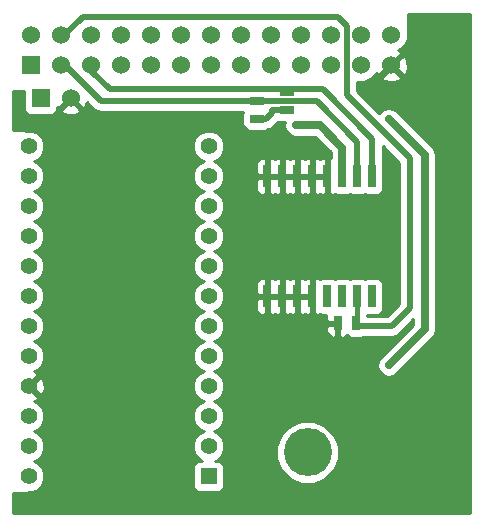
<source format=gbl>
G04 (created by PCBNEW (2013-may-18)-stable) date Sun 22 Jun 2014 12:37:11 AM EDT*
%MOIN*%
G04 Gerber Fmt 3.4, Leading zero omitted, Abs format*
%FSLAX34Y34*%
G01*
G70*
G90*
G04 APERTURE LIST*
%ADD10C,0.00590551*%
%ADD11R,0.06X0.06*%
%ADD12C,0.06*%
%ADD13C,0.16*%
%ADD14R,0.055X0.055*%
%ADD15C,0.055*%
%ADD16R,0.025X0.045*%
%ADD17R,0.025X0.075*%
%ADD18R,0.045X0.025*%
%ADD19C,0.0130118*%
%ADD20C,0.025*%
%ADD21C,0.02*%
%ADD22C,0.015*%
%ADD23C,0.01*%
G04 APERTURE END LIST*
G54D10*
G54D11*
X25881Y-30005D03*
G54D12*
X25881Y-29005D03*
X26881Y-30005D03*
X26881Y-29005D03*
X27881Y-30005D03*
X27881Y-29005D03*
X28881Y-30005D03*
X28881Y-29005D03*
X29881Y-30005D03*
X29881Y-29005D03*
X30881Y-30005D03*
X30881Y-29005D03*
X31881Y-30005D03*
X31881Y-29005D03*
X32881Y-30005D03*
X32881Y-29005D03*
X33881Y-30005D03*
X33881Y-29005D03*
X34881Y-30005D03*
X34881Y-29005D03*
X35881Y-30005D03*
X35881Y-29005D03*
X36881Y-30005D03*
X36881Y-29005D03*
X37881Y-30005D03*
X37881Y-29005D03*
G54D13*
X35100Y-42900D03*
G54D14*
X31800Y-43700D03*
G54D15*
X31800Y-42700D03*
X31800Y-41700D03*
X31800Y-40700D03*
X31800Y-39700D03*
X31800Y-38700D03*
X31800Y-37700D03*
X31800Y-36700D03*
X31800Y-35700D03*
X31800Y-34700D03*
X31800Y-33700D03*
X31800Y-32700D03*
X25800Y-32700D03*
X25800Y-33700D03*
X25800Y-34700D03*
X25800Y-35700D03*
X25800Y-36700D03*
X25800Y-37700D03*
X25800Y-38700D03*
X25800Y-39700D03*
X25800Y-40700D03*
X25800Y-41700D03*
X25800Y-42700D03*
X25800Y-43700D03*
G54D11*
X26200Y-31100D03*
G54D12*
X27200Y-31100D03*
G54D16*
X36100Y-38600D03*
X36700Y-38600D03*
G54D17*
X37250Y-37700D03*
X36750Y-37700D03*
X36250Y-37700D03*
X35750Y-37700D03*
X35250Y-37700D03*
X34750Y-37700D03*
X34250Y-37700D03*
X33750Y-37700D03*
X33750Y-33700D03*
X34250Y-33700D03*
X34750Y-33700D03*
X35250Y-33700D03*
X35750Y-33700D03*
X36250Y-33700D03*
X36750Y-33700D03*
X37250Y-33700D03*
G54D18*
X34400Y-31500D03*
X34400Y-30900D03*
X33400Y-31800D03*
X33400Y-31200D03*
G54D19*
X33900Y-31500D03*
X34700Y-32000D03*
X37800Y-40000D03*
X37800Y-31800D03*
G54D20*
X34400Y-31500D02*
X34300Y-31500D01*
G54D21*
X33900Y-31500D02*
X33900Y-31600D01*
X33700Y-31800D02*
X33400Y-31800D01*
X33900Y-31600D02*
X33700Y-31800D01*
X33900Y-31500D02*
X34400Y-31500D01*
X36400Y-30900D02*
X36400Y-31000D01*
X26994Y-29005D02*
X27600Y-28400D01*
X27600Y-28400D02*
X35200Y-28400D01*
X35200Y-28400D02*
X36100Y-28400D01*
X36100Y-28400D02*
X36400Y-28700D01*
X36400Y-28700D02*
X36400Y-30900D01*
X26881Y-29005D02*
X26994Y-29005D01*
X37900Y-38700D02*
X36700Y-38700D01*
X38500Y-38100D02*
X37900Y-38700D01*
X38500Y-33100D02*
X38500Y-38100D01*
X36400Y-31000D02*
X38500Y-33100D01*
G54D22*
X36750Y-37700D02*
X36750Y-38650D01*
X36750Y-38650D02*
X36700Y-38700D01*
G54D20*
X36250Y-33700D02*
X36250Y-32750D01*
X35500Y-32000D02*
X34700Y-32000D01*
X36250Y-32750D02*
X35500Y-32000D01*
X37800Y-31800D02*
X39000Y-33000D01*
X39000Y-38800D02*
X37800Y-40000D01*
X39000Y-33000D02*
X39000Y-38800D01*
G54D21*
X33400Y-31200D02*
X28200Y-31200D01*
X27005Y-30005D02*
X28200Y-31200D01*
X27005Y-30005D02*
X26881Y-30005D01*
X33400Y-31200D02*
X35400Y-31200D01*
X36750Y-32550D02*
X36750Y-33700D01*
X35400Y-31200D02*
X36750Y-32550D01*
X34000Y-30800D02*
X35000Y-30800D01*
G54D23*
X34400Y-30900D02*
X34500Y-30800D01*
G54D21*
X34500Y-30800D02*
X35000Y-30800D01*
X37250Y-32450D02*
X37250Y-33700D01*
X35000Y-30800D02*
X35600Y-30800D01*
X35600Y-30800D02*
X37250Y-32450D01*
X28500Y-30800D02*
X34000Y-30800D01*
X34000Y-30800D02*
X34300Y-30800D01*
X27881Y-30181D02*
X28500Y-30800D01*
X27881Y-30005D02*
X27881Y-30181D01*
G54D23*
X34300Y-30800D02*
X34400Y-30900D01*
X34400Y-30900D02*
X34400Y-30800D01*
X34400Y-30800D02*
X34400Y-30900D01*
G54D10*
G36*
X27957Y-29011D02*
X27886Y-29081D01*
X27881Y-29076D01*
X27875Y-29081D01*
X27804Y-29011D01*
X27810Y-29005D01*
X27804Y-28999D01*
X27875Y-28929D01*
X27881Y-28934D01*
X27886Y-28929D01*
X27957Y-28999D01*
X27951Y-29005D01*
X27957Y-29011D01*
X27957Y-29011D01*
G37*
G54D23*
X27957Y-29011D02*
X27886Y-29081D01*
X27881Y-29076D01*
X27875Y-29081D01*
X27804Y-29011D01*
X27810Y-29005D01*
X27804Y-28999D01*
X27875Y-28929D01*
X27881Y-28934D01*
X27886Y-28929D01*
X27957Y-28999D01*
X27951Y-29005D01*
X27957Y-29011D01*
G54D10*
G36*
X29957Y-30011D02*
X29886Y-30081D01*
X29881Y-30076D01*
X29875Y-30081D01*
X29804Y-30011D01*
X29810Y-30005D01*
X29804Y-29999D01*
X29875Y-29929D01*
X29881Y-29934D01*
X29886Y-29929D01*
X29957Y-29999D01*
X29951Y-30005D01*
X29957Y-30011D01*
X29957Y-30011D01*
G37*
G54D23*
X29957Y-30011D02*
X29886Y-30081D01*
X29881Y-30076D01*
X29875Y-30081D01*
X29804Y-30011D01*
X29810Y-30005D01*
X29804Y-29999D01*
X29875Y-29929D01*
X29881Y-29934D01*
X29886Y-29929D01*
X29957Y-29999D01*
X29951Y-30005D01*
X29957Y-30011D01*
G54D10*
G36*
X31957Y-29011D02*
X31886Y-29081D01*
X31881Y-29076D01*
X31875Y-29081D01*
X31804Y-29011D01*
X31810Y-29005D01*
X31804Y-28999D01*
X31875Y-28929D01*
X31881Y-28934D01*
X31886Y-28929D01*
X31957Y-28999D01*
X31951Y-29005D01*
X31957Y-29011D01*
X31957Y-29011D01*
G37*
G54D23*
X31957Y-29011D02*
X31886Y-29081D01*
X31881Y-29076D01*
X31875Y-29081D01*
X31804Y-29011D01*
X31810Y-29005D01*
X31804Y-28999D01*
X31875Y-28929D01*
X31881Y-28934D01*
X31886Y-28929D01*
X31957Y-28999D01*
X31951Y-29005D01*
X31957Y-29011D01*
G54D10*
G36*
X34957Y-29011D02*
X34886Y-29081D01*
X34881Y-29076D01*
X34875Y-29081D01*
X34804Y-29011D01*
X34810Y-29005D01*
X34804Y-28999D01*
X34875Y-28929D01*
X34881Y-28934D01*
X34886Y-28929D01*
X34957Y-28999D01*
X34951Y-29005D01*
X34957Y-29011D01*
X34957Y-29011D01*
G37*
G54D23*
X34957Y-29011D02*
X34886Y-29081D01*
X34881Y-29076D01*
X34875Y-29081D01*
X34804Y-29011D01*
X34810Y-29005D01*
X34804Y-28999D01*
X34875Y-28929D01*
X34881Y-28934D01*
X34886Y-28929D01*
X34957Y-28999D01*
X34951Y-29005D01*
X34957Y-29011D01*
G54D10*
G36*
X40520Y-44920D02*
X36150Y-44920D01*
X36150Y-42692D01*
X36050Y-42449D01*
X36050Y-39012D01*
X36050Y-38650D01*
X35787Y-38650D01*
X35725Y-38712D01*
X35724Y-38775D01*
X35725Y-38874D01*
X35763Y-38966D01*
X35833Y-39037D01*
X35925Y-39075D01*
X35987Y-39075D01*
X36050Y-39012D01*
X36050Y-42449D01*
X35990Y-42306D01*
X35695Y-42010D01*
X35309Y-41850D01*
X35200Y-41850D01*
X35200Y-38262D01*
X35200Y-37750D01*
X35200Y-37650D01*
X35200Y-37137D01*
X35200Y-34262D01*
X35200Y-33750D01*
X35200Y-33650D01*
X35200Y-33137D01*
X35137Y-33075D01*
X35075Y-33074D01*
X35000Y-33106D01*
X34924Y-33074D01*
X34862Y-33075D01*
X34800Y-33137D01*
X34800Y-33650D01*
X34937Y-33650D01*
X35062Y-33650D01*
X35200Y-33650D01*
X35200Y-33750D01*
X35062Y-33750D01*
X34937Y-33750D01*
X34800Y-33750D01*
X34800Y-34262D01*
X34862Y-34325D01*
X34924Y-34325D01*
X35000Y-34293D01*
X35075Y-34325D01*
X35137Y-34325D01*
X35200Y-34262D01*
X35200Y-37137D01*
X35137Y-37075D01*
X35075Y-37074D01*
X35000Y-37106D01*
X34924Y-37074D01*
X34862Y-37075D01*
X34800Y-37137D01*
X34800Y-37650D01*
X34937Y-37650D01*
X35062Y-37650D01*
X35200Y-37650D01*
X35200Y-37750D01*
X35062Y-37750D01*
X34937Y-37750D01*
X34800Y-37750D01*
X34800Y-38262D01*
X34862Y-38325D01*
X34924Y-38325D01*
X35000Y-38293D01*
X35075Y-38325D01*
X35137Y-38325D01*
X35200Y-38262D01*
X35200Y-41850D01*
X34892Y-41849D01*
X34700Y-41929D01*
X34700Y-38262D01*
X34700Y-37750D01*
X34700Y-37650D01*
X34700Y-37137D01*
X34700Y-34262D01*
X34700Y-33750D01*
X34700Y-33650D01*
X34700Y-33137D01*
X34637Y-33075D01*
X34575Y-33074D01*
X34500Y-33106D01*
X34424Y-33074D01*
X34362Y-33075D01*
X34300Y-33137D01*
X34300Y-33650D01*
X34437Y-33650D01*
X34562Y-33650D01*
X34700Y-33650D01*
X34700Y-33750D01*
X34562Y-33750D01*
X34437Y-33750D01*
X34300Y-33750D01*
X34300Y-34262D01*
X34362Y-34325D01*
X34424Y-34325D01*
X34500Y-34293D01*
X34575Y-34325D01*
X34637Y-34325D01*
X34700Y-34262D01*
X34700Y-37137D01*
X34637Y-37075D01*
X34575Y-37074D01*
X34500Y-37106D01*
X34424Y-37074D01*
X34362Y-37075D01*
X34300Y-37137D01*
X34300Y-37650D01*
X34437Y-37650D01*
X34562Y-37650D01*
X34700Y-37650D01*
X34700Y-37750D01*
X34562Y-37750D01*
X34437Y-37750D01*
X34300Y-37750D01*
X34300Y-38262D01*
X34362Y-38325D01*
X34424Y-38325D01*
X34500Y-38293D01*
X34575Y-38325D01*
X34637Y-38325D01*
X34700Y-38262D01*
X34700Y-41929D01*
X34506Y-42009D01*
X34210Y-42304D01*
X34200Y-42329D01*
X34200Y-38262D01*
X34200Y-37750D01*
X34200Y-37650D01*
X34200Y-37137D01*
X34200Y-34262D01*
X34200Y-33750D01*
X34200Y-33650D01*
X34200Y-33137D01*
X34137Y-33075D01*
X34075Y-33074D01*
X34000Y-33106D01*
X33924Y-33074D01*
X33862Y-33075D01*
X33800Y-33137D01*
X33800Y-33650D01*
X33937Y-33650D01*
X34062Y-33650D01*
X34200Y-33650D01*
X34200Y-33750D01*
X34062Y-33750D01*
X33937Y-33750D01*
X33800Y-33750D01*
X33800Y-34262D01*
X33862Y-34325D01*
X33924Y-34325D01*
X34000Y-34293D01*
X34075Y-34325D01*
X34137Y-34325D01*
X34200Y-34262D01*
X34200Y-37137D01*
X34137Y-37075D01*
X34075Y-37074D01*
X34000Y-37106D01*
X33924Y-37074D01*
X33862Y-37075D01*
X33800Y-37137D01*
X33800Y-37650D01*
X33937Y-37650D01*
X34062Y-37650D01*
X34200Y-37650D01*
X34200Y-37750D01*
X34062Y-37750D01*
X33937Y-37750D01*
X33800Y-37750D01*
X33800Y-38262D01*
X33862Y-38325D01*
X33924Y-38325D01*
X34000Y-38293D01*
X34075Y-38325D01*
X34137Y-38325D01*
X34200Y-38262D01*
X34200Y-42329D01*
X34050Y-42690D01*
X34049Y-43107D01*
X34209Y-43494D01*
X34504Y-43789D01*
X34890Y-43949D01*
X35307Y-43950D01*
X35694Y-43790D01*
X35989Y-43495D01*
X36149Y-43109D01*
X36150Y-42692D01*
X36150Y-44920D01*
X33700Y-44920D01*
X33700Y-38262D01*
X33700Y-37750D01*
X33700Y-37650D01*
X33700Y-37137D01*
X33700Y-34262D01*
X33700Y-33750D01*
X33700Y-33650D01*
X33700Y-33137D01*
X33637Y-33075D01*
X33575Y-33074D01*
X33483Y-33112D01*
X33413Y-33183D01*
X33375Y-33275D01*
X33374Y-33374D01*
X33375Y-33587D01*
X33437Y-33650D01*
X33700Y-33650D01*
X33700Y-33750D01*
X33437Y-33750D01*
X33375Y-33812D01*
X33374Y-34025D01*
X33375Y-34124D01*
X33413Y-34216D01*
X33483Y-34287D01*
X33575Y-34325D01*
X33637Y-34325D01*
X33700Y-34262D01*
X33700Y-37137D01*
X33637Y-37075D01*
X33575Y-37074D01*
X33483Y-37112D01*
X33413Y-37183D01*
X33375Y-37275D01*
X33374Y-37374D01*
X33375Y-37587D01*
X33437Y-37650D01*
X33700Y-37650D01*
X33700Y-37750D01*
X33437Y-37750D01*
X33375Y-37812D01*
X33374Y-38025D01*
X33375Y-38124D01*
X33413Y-38216D01*
X33483Y-38287D01*
X33575Y-38325D01*
X33637Y-38325D01*
X33700Y-38262D01*
X33700Y-44920D01*
X32325Y-44920D01*
X32325Y-42596D01*
X32245Y-42403D01*
X32097Y-42255D01*
X31964Y-42199D01*
X32097Y-42145D01*
X32244Y-41997D01*
X32324Y-41804D01*
X32325Y-41596D01*
X32245Y-41403D01*
X32097Y-41255D01*
X31964Y-41199D01*
X32097Y-41145D01*
X32244Y-40997D01*
X32324Y-40804D01*
X32325Y-40596D01*
X32245Y-40403D01*
X32097Y-40255D01*
X31964Y-40199D01*
X32097Y-40145D01*
X32244Y-39997D01*
X32324Y-39804D01*
X32325Y-39596D01*
X32245Y-39403D01*
X32097Y-39255D01*
X31964Y-39199D01*
X32097Y-39145D01*
X32244Y-38997D01*
X32324Y-38804D01*
X32325Y-38596D01*
X32245Y-38403D01*
X32097Y-38255D01*
X31964Y-38199D01*
X32097Y-38145D01*
X32244Y-37997D01*
X32324Y-37804D01*
X32325Y-37596D01*
X32245Y-37403D01*
X32097Y-37255D01*
X31964Y-37199D01*
X32097Y-37145D01*
X32244Y-36997D01*
X32324Y-36804D01*
X32325Y-36596D01*
X32245Y-36403D01*
X32097Y-36255D01*
X31964Y-36199D01*
X32097Y-36145D01*
X32244Y-35997D01*
X32324Y-35804D01*
X32325Y-35596D01*
X32245Y-35403D01*
X32097Y-35255D01*
X31964Y-35199D01*
X32097Y-35145D01*
X32244Y-34997D01*
X32324Y-34804D01*
X32325Y-34596D01*
X32245Y-34403D01*
X32097Y-34255D01*
X31964Y-34199D01*
X32097Y-34145D01*
X32244Y-33997D01*
X32324Y-33804D01*
X32325Y-33596D01*
X32245Y-33403D01*
X32097Y-33255D01*
X31964Y-33199D01*
X32097Y-33145D01*
X32244Y-32997D01*
X32324Y-32804D01*
X32325Y-32596D01*
X32245Y-32403D01*
X32097Y-32255D01*
X31904Y-32175D01*
X31696Y-32174D01*
X31503Y-32254D01*
X31355Y-32402D01*
X31275Y-32595D01*
X31274Y-32803D01*
X31354Y-32997D01*
X31502Y-33144D01*
X31635Y-33200D01*
X31503Y-33254D01*
X31355Y-33402D01*
X31275Y-33595D01*
X31274Y-33803D01*
X31354Y-33997D01*
X31502Y-34144D01*
X31635Y-34200D01*
X31503Y-34254D01*
X31355Y-34402D01*
X31275Y-34595D01*
X31274Y-34803D01*
X31354Y-34997D01*
X31502Y-35144D01*
X31635Y-35200D01*
X31503Y-35254D01*
X31355Y-35402D01*
X31275Y-35595D01*
X31274Y-35803D01*
X31354Y-35997D01*
X31502Y-36144D01*
X31635Y-36200D01*
X31503Y-36254D01*
X31355Y-36402D01*
X31275Y-36595D01*
X31274Y-36803D01*
X31354Y-36997D01*
X31502Y-37144D01*
X31635Y-37200D01*
X31503Y-37254D01*
X31355Y-37402D01*
X31275Y-37595D01*
X31274Y-37803D01*
X31354Y-37997D01*
X31502Y-38144D01*
X31635Y-38200D01*
X31503Y-38254D01*
X31355Y-38402D01*
X31275Y-38595D01*
X31274Y-38803D01*
X31354Y-38997D01*
X31502Y-39144D01*
X31635Y-39200D01*
X31503Y-39254D01*
X31355Y-39402D01*
X31275Y-39595D01*
X31274Y-39803D01*
X31354Y-39997D01*
X31502Y-40144D01*
X31635Y-40200D01*
X31503Y-40254D01*
X31355Y-40402D01*
X31275Y-40595D01*
X31274Y-40803D01*
X31354Y-40997D01*
X31502Y-41144D01*
X31635Y-41200D01*
X31503Y-41254D01*
X31355Y-41402D01*
X31275Y-41595D01*
X31274Y-41803D01*
X31354Y-41997D01*
X31502Y-42144D01*
X31635Y-42200D01*
X31503Y-42254D01*
X31355Y-42402D01*
X31275Y-42595D01*
X31274Y-42803D01*
X31354Y-42997D01*
X31502Y-43144D01*
X31574Y-43174D01*
X31475Y-43174D01*
X31383Y-43212D01*
X31313Y-43283D01*
X31275Y-43375D01*
X31274Y-43474D01*
X31274Y-44024D01*
X31312Y-44116D01*
X31383Y-44186D01*
X31475Y-44224D01*
X31574Y-44225D01*
X32124Y-44225D01*
X32216Y-44187D01*
X32286Y-44116D01*
X32324Y-44024D01*
X32325Y-43925D01*
X32325Y-43375D01*
X32287Y-43283D01*
X32216Y-43213D01*
X32124Y-43175D01*
X32025Y-43174D01*
X32025Y-43174D01*
X32097Y-43145D01*
X32244Y-42997D01*
X32324Y-42804D01*
X32325Y-42596D01*
X32325Y-44920D01*
X27515Y-44920D01*
X27515Y-31485D01*
X27200Y-31170D01*
X26884Y-31485D01*
X26912Y-31581D01*
X27118Y-31654D01*
X27336Y-31643D01*
X27487Y-31581D01*
X27515Y-31485D01*
X27515Y-44920D01*
X26329Y-44920D01*
X26329Y-40775D01*
X26318Y-40567D01*
X26260Y-40427D01*
X26167Y-40402D01*
X25870Y-40700D01*
X26167Y-40997D01*
X26260Y-40972D01*
X26329Y-40775D01*
X26329Y-44920D01*
X25279Y-44920D01*
X25279Y-44250D01*
X25780Y-44250D01*
X25768Y-44224D01*
X25903Y-44225D01*
X26097Y-44145D01*
X26244Y-43997D01*
X26324Y-43804D01*
X26325Y-43596D01*
X26245Y-43403D01*
X26097Y-43255D01*
X25964Y-43199D01*
X26097Y-43145D01*
X26244Y-42997D01*
X26324Y-42804D01*
X26325Y-42596D01*
X26245Y-42403D01*
X26097Y-42255D01*
X25964Y-42199D01*
X26097Y-42145D01*
X26244Y-41997D01*
X26324Y-41804D01*
X26325Y-41596D01*
X26245Y-41403D01*
X26097Y-41255D01*
X25971Y-41202D01*
X26072Y-41160D01*
X26097Y-41067D01*
X25800Y-40770D01*
X25794Y-40776D01*
X25723Y-40705D01*
X25729Y-40700D01*
X25723Y-40694D01*
X25794Y-40623D01*
X25800Y-40629D01*
X26097Y-40332D01*
X26072Y-40239D01*
X25962Y-40200D01*
X26097Y-40145D01*
X26244Y-39997D01*
X26324Y-39804D01*
X26325Y-39596D01*
X26245Y-39403D01*
X26097Y-39255D01*
X25964Y-39199D01*
X26097Y-39145D01*
X26244Y-38997D01*
X26324Y-38804D01*
X26325Y-38596D01*
X26245Y-38403D01*
X26097Y-38255D01*
X25964Y-38199D01*
X26097Y-38145D01*
X26244Y-37997D01*
X26324Y-37804D01*
X26325Y-37596D01*
X26245Y-37403D01*
X26097Y-37255D01*
X25964Y-37199D01*
X26097Y-37145D01*
X26244Y-36997D01*
X26324Y-36804D01*
X26325Y-36596D01*
X26245Y-36403D01*
X26097Y-36255D01*
X25964Y-36199D01*
X26097Y-36145D01*
X26244Y-35997D01*
X26324Y-35804D01*
X26325Y-35596D01*
X26245Y-35403D01*
X26097Y-35255D01*
X25964Y-35199D01*
X26097Y-35145D01*
X26244Y-34997D01*
X26324Y-34804D01*
X26325Y-34596D01*
X26245Y-34403D01*
X26097Y-34255D01*
X25964Y-34199D01*
X26097Y-34145D01*
X26244Y-33997D01*
X26324Y-33804D01*
X26325Y-33596D01*
X26245Y-33403D01*
X26097Y-33255D01*
X25964Y-33199D01*
X26097Y-33145D01*
X26244Y-32997D01*
X26324Y-32804D01*
X26325Y-32596D01*
X26245Y-32403D01*
X26097Y-32255D01*
X25904Y-32175D01*
X25696Y-32174D01*
X25695Y-32175D01*
X25720Y-32150D01*
X25279Y-32150D01*
X25279Y-30850D01*
X25649Y-30850D01*
X25649Y-31449D01*
X25687Y-31541D01*
X25758Y-31611D01*
X25850Y-31649D01*
X25949Y-31650D01*
X26549Y-31650D01*
X26641Y-31612D01*
X26711Y-31541D01*
X26749Y-31449D01*
X26750Y-31396D01*
X26814Y-31415D01*
X27129Y-31100D01*
X27123Y-31094D01*
X27194Y-31023D01*
X27200Y-31029D01*
X27205Y-31023D01*
X27276Y-31094D01*
X27270Y-31100D01*
X27585Y-31415D01*
X27681Y-31387D01*
X27736Y-31231D01*
X27952Y-31447D01*
X27952Y-31447D01*
X28066Y-31523D01*
X28199Y-31549D01*
X28200Y-31550D01*
X32956Y-31550D01*
X32925Y-31625D01*
X32924Y-31724D01*
X32924Y-31974D01*
X32962Y-32066D01*
X33033Y-32136D01*
X33125Y-32174D01*
X33224Y-32175D01*
X33674Y-32175D01*
X33766Y-32137D01*
X33766Y-32136D01*
X33833Y-32123D01*
X33833Y-32123D01*
X33947Y-32047D01*
X34121Y-31873D01*
X34125Y-31874D01*
X34224Y-31875D01*
X34349Y-31875D01*
X34325Y-32000D01*
X34353Y-32143D01*
X34434Y-32265D01*
X34556Y-32346D01*
X34700Y-32375D01*
X35344Y-32375D01*
X35875Y-32905D01*
X35875Y-33074D01*
X35862Y-33075D01*
X35800Y-33137D01*
X35800Y-33650D01*
X35807Y-33650D01*
X35807Y-33750D01*
X35800Y-33750D01*
X35800Y-34262D01*
X35862Y-34325D01*
X35924Y-34325D01*
X36000Y-34293D01*
X36075Y-34324D01*
X36174Y-34325D01*
X36424Y-34325D01*
X36500Y-34293D01*
X36575Y-34324D01*
X36674Y-34325D01*
X36924Y-34325D01*
X37000Y-34293D01*
X37075Y-34324D01*
X37174Y-34325D01*
X37424Y-34325D01*
X37516Y-34287D01*
X37586Y-34216D01*
X37624Y-34124D01*
X37625Y-34025D01*
X37625Y-33275D01*
X37600Y-33214D01*
X37600Y-32694D01*
X38150Y-33244D01*
X38150Y-37955D01*
X37755Y-38350D01*
X37075Y-38350D01*
X37075Y-38325D01*
X37075Y-38325D01*
X37075Y-38324D01*
X37075Y-38324D01*
X37174Y-38325D01*
X37424Y-38325D01*
X37516Y-38287D01*
X37586Y-38216D01*
X37624Y-38124D01*
X37625Y-38025D01*
X37625Y-37275D01*
X37587Y-37183D01*
X37516Y-37113D01*
X37424Y-37075D01*
X37325Y-37074D01*
X37075Y-37074D01*
X36999Y-37106D01*
X36924Y-37075D01*
X36825Y-37074D01*
X36575Y-37074D01*
X36499Y-37106D01*
X36424Y-37075D01*
X36325Y-37074D01*
X36075Y-37074D01*
X35999Y-37106D01*
X35924Y-37075D01*
X35825Y-37074D01*
X35700Y-37074D01*
X35700Y-34262D01*
X35700Y-33750D01*
X35700Y-33650D01*
X35700Y-33137D01*
X35637Y-33075D01*
X35575Y-33074D01*
X35500Y-33106D01*
X35424Y-33074D01*
X35362Y-33075D01*
X35300Y-33137D01*
X35300Y-33650D01*
X35437Y-33650D01*
X35562Y-33650D01*
X35700Y-33650D01*
X35700Y-33750D01*
X35562Y-33750D01*
X35437Y-33750D01*
X35300Y-33750D01*
X35300Y-34262D01*
X35362Y-34325D01*
X35424Y-34325D01*
X35500Y-34293D01*
X35575Y-34325D01*
X35637Y-34325D01*
X35700Y-34262D01*
X35700Y-37074D01*
X35575Y-37074D01*
X35500Y-37106D01*
X35424Y-37074D01*
X35362Y-37075D01*
X35300Y-37137D01*
X35300Y-37650D01*
X35307Y-37650D01*
X35307Y-37750D01*
X35300Y-37750D01*
X35300Y-38262D01*
X35362Y-38325D01*
X35424Y-38325D01*
X35500Y-38293D01*
X35575Y-38324D01*
X35674Y-38325D01*
X35725Y-38325D01*
X35725Y-38325D01*
X35724Y-38424D01*
X35725Y-38487D01*
X35787Y-38550D01*
X36050Y-38550D01*
X36050Y-38542D01*
X36150Y-38542D01*
X36150Y-38550D01*
X36157Y-38550D01*
X36157Y-38650D01*
X36150Y-38650D01*
X36150Y-39012D01*
X36212Y-39075D01*
X36274Y-39075D01*
X36366Y-39037D01*
X36399Y-39003D01*
X36433Y-39036D01*
X36525Y-39074D01*
X36624Y-39075D01*
X36874Y-39075D01*
X36935Y-39050D01*
X37900Y-39050D01*
X38033Y-39023D01*
X38033Y-39023D01*
X38147Y-38947D01*
X38625Y-38469D01*
X38625Y-38644D01*
X37534Y-39734D01*
X37453Y-39856D01*
X37425Y-40000D01*
X37453Y-40143D01*
X37534Y-40265D01*
X37656Y-40346D01*
X37800Y-40375D01*
X37943Y-40346D01*
X38065Y-40265D01*
X39265Y-39065D01*
X39265Y-39065D01*
X39297Y-39016D01*
X39346Y-38943D01*
X39346Y-38943D01*
X39374Y-38800D01*
X39375Y-38800D01*
X39375Y-33000D01*
X39374Y-32999D01*
X39346Y-32856D01*
X39297Y-32783D01*
X39265Y-32734D01*
X39265Y-32734D01*
X38435Y-31905D01*
X38435Y-30087D01*
X38424Y-29868D01*
X38362Y-29717D01*
X38267Y-29690D01*
X37951Y-30005D01*
X38267Y-30320D01*
X38362Y-30293D01*
X38435Y-30087D01*
X38435Y-31905D01*
X38196Y-31665D01*
X38196Y-30391D01*
X37881Y-30076D01*
X37565Y-30391D01*
X37593Y-30486D01*
X37799Y-30560D01*
X38017Y-30549D01*
X38168Y-30486D01*
X38196Y-30391D01*
X38196Y-31665D01*
X38065Y-31534D01*
X37943Y-31453D01*
X37800Y-31425D01*
X37656Y-31453D01*
X37534Y-31534D01*
X37492Y-31597D01*
X36750Y-30855D01*
X36750Y-30546D01*
X36771Y-30555D01*
X36990Y-30555D01*
X37192Y-30472D01*
X37347Y-30317D01*
X37378Y-30241D01*
X37399Y-30293D01*
X37495Y-30320D01*
X37810Y-30005D01*
X37804Y-29999D01*
X37875Y-29929D01*
X37881Y-29934D01*
X38196Y-29619D01*
X38168Y-29524D01*
X38113Y-29504D01*
X38192Y-29472D01*
X38347Y-29317D01*
X38431Y-29115D01*
X38431Y-29001D01*
X38450Y-29020D01*
X38450Y-28279D01*
X40520Y-28279D01*
X40520Y-44920D01*
X40520Y-44920D01*
G37*
G54D23*
X40520Y-44920D02*
X36150Y-44920D01*
X36150Y-42692D01*
X36050Y-42449D01*
X36050Y-39012D01*
X36050Y-38650D01*
X35787Y-38650D01*
X35725Y-38712D01*
X35724Y-38775D01*
X35725Y-38874D01*
X35763Y-38966D01*
X35833Y-39037D01*
X35925Y-39075D01*
X35987Y-39075D01*
X36050Y-39012D01*
X36050Y-42449D01*
X35990Y-42306D01*
X35695Y-42010D01*
X35309Y-41850D01*
X35200Y-41850D01*
X35200Y-38262D01*
X35200Y-37750D01*
X35200Y-37650D01*
X35200Y-37137D01*
X35200Y-34262D01*
X35200Y-33750D01*
X35200Y-33650D01*
X35200Y-33137D01*
X35137Y-33075D01*
X35075Y-33074D01*
X35000Y-33106D01*
X34924Y-33074D01*
X34862Y-33075D01*
X34800Y-33137D01*
X34800Y-33650D01*
X34937Y-33650D01*
X35062Y-33650D01*
X35200Y-33650D01*
X35200Y-33750D01*
X35062Y-33750D01*
X34937Y-33750D01*
X34800Y-33750D01*
X34800Y-34262D01*
X34862Y-34325D01*
X34924Y-34325D01*
X35000Y-34293D01*
X35075Y-34325D01*
X35137Y-34325D01*
X35200Y-34262D01*
X35200Y-37137D01*
X35137Y-37075D01*
X35075Y-37074D01*
X35000Y-37106D01*
X34924Y-37074D01*
X34862Y-37075D01*
X34800Y-37137D01*
X34800Y-37650D01*
X34937Y-37650D01*
X35062Y-37650D01*
X35200Y-37650D01*
X35200Y-37750D01*
X35062Y-37750D01*
X34937Y-37750D01*
X34800Y-37750D01*
X34800Y-38262D01*
X34862Y-38325D01*
X34924Y-38325D01*
X35000Y-38293D01*
X35075Y-38325D01*
X35137Y-38325D01*
X35200Y-38262D01*
X35200Y-41850D01*
X34892Y-41849D01*
X34700Y-41929D01*
X34700Y-38262D01*
X34700Y-37750D01*
X34700Y-37650D01*
X34700Y-37137D01*
X34700Y-34262D01*
X34700Y-33750D01*
X34700Y-33650D01*
X34700Y-33137D01*
X34637Y-33075D01*
X34575Y-33074D01*
X34500Y-33106D01*
X34424Y-33074D01*
X34362Y-33075D01*
X34300Y-33137D01*
X34300Y-33650D01*
X34437Y-33650D01*
X34562Y-33650D01*
X34700Y-33650D01*
X34700Y-33750D01*
X34562Y-33750D01*
X34437Y-33750D01*
X34300Y-33750D01*
X34300Y-34262D01*
X34362Y-34325D01*
X34424Y-34325D01*
X34500Y-34293D01*
X34575Y-34325D01*
X34637Y-34325D01*
X34700Y-34262D01*
X34700Y-37137D01*
X34637Y-37075D01*
X34575Y-37074D01*
X34500Y-37106D01*
X34424Y-37074D01*
X34362Y-37075D01*
X34300Y-37137D01*
X34300Y-37650D01*
X34437Y-37650D01*
X34562Y-37650D01*
X34700Y-37650D01*
X34700Y-37750D01*
X34562Y-37750D01*
X34437Y-37750D01*
X34300Y-37750D01*
X34300Y-38262D01*
X34362Y-38325D01*
X34424Y-38325D01*
X34500Y-38293D01*
X34575Y-38325D01*
X34637Y-38325D01*
X34700Y-38262D01*
X34700Y-41929D01*
X34506Y-42009D01*
X34210Y-42304D01*
X34200Y-42329D01*
X34200Y-38262D01*
X34200Y-37750D01*
X34200Y-37650D01*
X34200Y-37137D01*
X34200Y-34262D01*
X34200Y-33750D01*
X34200Y-33650D01*
X34200Y-33137D01*
X34137Y-33075D01*
X34075Y-33074D01*
X34000Y-33106D01*
X33924Y-33074D01*
X33862Y-33075D01*
X33800Y-33137D01*
X33800Y-33650D01*
X33937Y-33650D01*
X34062Y-33650D01*
X34200Y-33650D01*
X34200Y-33750D01*
X34062Y-33750D01*
X33937Y-33750D01*
X33800Y-33750D01*
X33800Y-34262D01*
X33862Y-34325D01*
X33924Y-34325D01*
X34000Y-34293D01*
X34075Y-34325D01*
X34137Y-34325D01*
X34200Y-34262D01*
X34200Y-37137D01*
X34137Y-37075D01*
X34075Y-37074D01*
X34000Y-37106D01*
X33924Y-37074D01*
X33862Y-37075D01*
X33800Y-37137D01*
X33800Y-37650D01*
X33937Y-37650D01*
X34062Y-37650D01*
X34200Y-37650D01*
X34200Y-37750D01*
X34062Y-37750D01*
X33937Y-37750D01*
X33800Y-37750D01*
X33800Y-38262D01*
X33862Y-38325D01*
X33924Y-38325D01*
X34000Y-38293D01*
X34075Y-38325D01*
X34137Y-38325D01*
X34200Y-38262D01*
X34200Y-42329D01*
X34050Y-42690D01*
X34049Y-43107D01*
X34209Y-43494D01*
X34504Y-43789D01*
X34890Y-43949D01*
X35307Y-43950D01*
X35694Y-43790D01*
X35989Y-43495D01*
X36149Y-43109D01*
X36150Y-42692D01*
X36150Y-44920D01*
X33700Y-44920D01*
X33700Y-38262D01*
X33700Y-37750D01*
X33700Y-37650D01*
X33700Y-37137D01*
X33700Y-34262D01*
X33700Y-33750D01*
X33700Y-33650D01*
X33700Y-33137D01*
X33637Y-33075D01*
X33575Y-33074D01*
X33483Y-33112D01*
X33413Y-33183D01*
X33375Y-33275D01*
X33374Y-33374D01*
X33375Y-33587D01*
X33437Y-33650D01*
X33700Y-33650D01*
X33700Y-33750D01*
X33437Y-33750D01*
X33375Y-33812D01*
X33374Y-34025D01*
X33375Y-34124D01*
X33413Y-34216D01*
X33483Y-34287D01*
X33575Y-34325D01*
X33637Y-34325D01*
X33700Y-34262D01*
X33700Y-37137D01*
X33637Y-37075D01*
X33575Y-37074D01*
X33483Y-37112D01*
X33413Y-37183D01*
X33375Y-37275D01*
X33374Y-37374D01*
X33375Y-37587D01*
X33437Y-37650D01*
X33700Y-37650D01*
X33700Y-37750D01*
X33437Y-37750D01*
X33375Y-37812D01*
X33374Y-38025D01*
X33375Y-38124D01*
X33413Y-38216D01*
X33483Y-38287D01*
X33575Y-38325D01*
X33637Y-38325D01*
X33700Y-38262D01*
X33700Y-44920D01*
X32325Y-44920D01*
X32325Y-42596D01*
X32245Y-42403D01*
X32097Y-42255D01*
X31964Y-42199D01*
X32097Y-42145D01*
X32244Y-41997D01*
X32324Y-41804D01*
X32325Y-41596D01*
X32245Y-41403D01*
X32097Y-41255D01*
X31964Y-41199D01*
X32097Y-41145D01*
X32244Y-40997D01*
X32324Y-40804D01*
X32325Y-40596D01*
X32245Y-40403D01*
X32097Y-40255D01*
X31964Y-40199D01*
X32097Y-40145D01*
X32244Y-39997D01*
X32324Y-39804D01*
X32325Y-39596D01*
X32245Y-39403D01*
X32097Y-39255D01*
X31964Y-39199D01*
X32097Y-39145D01*
X32244Y-38997D01*
X32324Y-38804D01*
X32325Y-38596D01*
X32245Y-38403D01*
X32097Y-38255D01*
X31964Y-38199D01*
X32097Y-38145D01*
X32244Y-37997D01*
X32324Y-37804D01*
X32325Y-37596D01*
X32245Y-37403D01*
X32097Y-37255D01*
X31964Y-37199D01*
X32097Y-37145D01*
X32244Y-36997D01*
X32324Y-36804D01*
X32325Y-36596D01*
X32245Y-36403D01*
X32097Y-36255D01*
X31964Y-36199D01*
X32097Y-36145D01*
X32244Y-35997D01*
X32324Y-35804D01*
X32325Y-35596D01*
X32245Y-35403D01*
X32097Y-35255D01*
X31964Y-35199D01*
X32097Y-35145D01*
X32244Y-34997D01*
X32324Y-34804D01*
X32325Y-34596D01*
X32245Y-34403D01*
X32097Y-34255D01*
X31964Y-34199D01*
X32097Y-34145D01*
X32244Y-33997D01*
X32324Y-33804D01*
X32325Y-33596D01*
X32245Y-33403D01*
X32097Y-33255D01*
X31964Y-33199D01*
X32097Y-33145D01*
X32244Y-32997D01*
X32324Y-32804D01*
X32325Y-32596D01*
X32245Y-32403D01*
X32097Y-32255D01*
X31904Y-32175D01*
X31696Y-32174D01*
X31503Y-32254D01*
X31355Y-32402D01*
X31275Y-32595D01*
X31274Y-32803D01*
X31354Y-32997D01*
X31502Y-33144D01*
X31635Y-33200D01*
X31503Y-33254D01*
X31355Y-33402D01*
X31275Y-33595D01*
X31274Y-33803D01*
X31354Y-33997D01*
X31502Y-34144D01*
X31635Y-34200D01*
X31503Y-34254D01*
X31355Y-34402D01*
X31275Y-34595D01*
X31274Y-34803D01*
X31354Y-34997D01*
X31502Y-35144D01*
X31635Y-35200D01*
X31503Y-35254D01*
X31355Y-35402D01*
X31275Y-35595D01*
X31274Y-35803D01*
X31354Y-35997D01*
X31502Y-36144D01*
X31635Y-36200D01*
X31503Y-36254D01*
X31355Y-36402D01*
X31275Y-36595D01*
X31274Y-36803D01*
X31354Y-36997D01*
X31502Y-37144D01*
X31635Y-37200D01*
X31503Y-37254D01*
X31355Y-37402D01*
X31275Y-37595D01*
X31274Y-37803D01*
X31354Y-37997D01*
X31502Y-38144D01*
X31635Y-38200D01*
X31503Y-38254D01*
X31355Y-38402D01*
X31275Y-38595D01*
X31274Y-38803D01*
X31354Y-38997D01*
X31502Y-39144D01*
X31635Y-39200D01*
X31503Y-39254D01*
X31355Y-39402D01*
X31275Y-39595D01*
X31274Y-39803D01*
X31354Y-39997D01*
X31502Y-40144D01*
X31635Y-40200D01*
X31503Y-40254D01*
X31355Y-40402D01*
X31275Y-40595D01*
X31274Y-40803D01*
X31354Y-40997D01*
X31502Y-41144D01*
X31635Y-41200D01*
X31503Y-41254D01*
X31355Y-41402D01*
X31275Y-41595D01*
X31274Y-41803D01*
X31354Y-41997D01*
X31502Y-42144D01*
X31635Y-42200D01*
X31503Y-42254D01*
X31355Y-42402D01*
X31275Y-42595D01*
X31274Y-42803D01*
X31354Y-42997D01*
X31502Y-43144D01*
X31574Y-43174D01*
X31475Y-43174D01*
X31383Y-43212D01*
X31313Y-43283D01*
X31275Y-43375D01*
X31274Y-43474D01*
X31274Y-44024D01*
X31312Y-44116D01*
X31383Y-44186D01*
X31475Y-44224D01*
X31574Y-44225D01*
X32124Y-44225D01*
X32216Y-44187D01*
X32286Y-44116D01*
X32324Y-44024D01*
X32325Y-43925D01*
X32325Y-43375D01*
X32287Y-43283D01*
X32216Y-43213D01*
X32124Y-43175D01*
X32025Y-43174D01*
X32025Y-43174D01*
X32097Y-43145D01*
X32244Y-42997D01*
X32324Y-42804D01*
X32325Y-42596D01*
X32325Y-44920D01*
X27515Y-44920D01*
X27515Y-31485D01*
X27200Y-31170D01*
X26884Y-31485D01*
X26912Y-31581D01*
X27118Y-31654D01*
X27336Y-31643D01*
X27487Y-31581D01*
X27515Y-31485D01*
X27515Y-44920D01*
X26329Y-44920D01*
X26329Y-40775D01*
X26318Y-40567D01*
X26260Y-40427D01*
X26167Y-40402D01*
X25870Y-40700D01*
X26167Y-40997D01*
X26260Y-40972D01*
X26329Y-40775D01*
X26329Y-44920D01*
X25279Y-44920D01*
X25279Y-44250D01*
X25780Y-44250D01*
X25768Y-44224D01*
X25903Y-44225D01*
X26097Y-44145D01*
X26244Y-43997D01*
X26324Y-43804D01*
X26325Y-43596D01*
X26245Y-43403D01*
X26097Y-43255D01*
X25964Y-43199D01*
X26097Y-43145D01*
X26244Y-42997D01*
X26324Y-42804D01*
X26325Y-42596D01*
X26245Y-42403D01*
X26097Y-42255D01*
X25964Y-42199D01*
X26097Y-42145D01*
X26244Y-41997D01*
X26324Y-41804D01*
X26325Y-41596D01*
X26245Y-41403D01*
X26097Y-41255D01*
X25971Y-41202D01*
X26072Y-41160D01*
X26097Y-41067D01*
X25800Y-40770D01*
X25794Y-40776D01*
X25723Y-40705D01*
X25729Y-40700D01*
X25723Y-40694D01*
X25794Y-40623D01*
X25800Y-40629D01*
X26097Y-40332D01*
X26072Y-40239D01*
X25962Y-40200D01*
X26097Y-40145D01*
X26244Y-39997D01*
X26324Y-39804D01*
X26325Y-39596D01*
X26245Y-39403D01*
X26097Y-39255D01*
X25964Y-39199D01*
X26097Y-39145D01*
X26244Y-38997D01*
X26324Y-38804D01*
X26325Y-38596D01*
X26245Y-38403D01*
X26097Y-38255D01*
X25964Y-38199D01*
X26097Y-38145D01*
X26244Y-37997D01*
X26324Y-37804D01*
X26325Y-37596D01*
X26245Y-37403D01*
X26097Y-37255D01*
X25964Y-37199D01*
X26097Y-37145D01*
X26244Y-36997D01*
X26324Y-36804D01*
X26325Y-36596D01*
X26245Y-36403D01*
X26097Y-36255D01*
X25964Y-36199D01*
X26097Y-36145D01*
X26244Y-35997D01*
X26324Y-35804D01*
X26325Y-35596D01*
X26245Y-35403D01*
X26097Y-35255D01*
X25964Y-35199D01*
X26097Y-35145D01*
X26244Y-34997D01*
X26324Y-34804D01*
X26325Y-34596D01*
X26245Y-34403D01*
X26097Y-34255D01*
X25964Y-34199D01*
X26097Y-34145D01*
X26244Y-33997D01*
X26324Y-33804D01*
X26325Y-33596D01*
X26245Y-33403D01*
X26097Y-33255D01*
X25964Y-33199D01*
X26097Y-33145D01*
X26244Y-32997D01*
X26324Y-32804D01*
X26325Y-32596D01*
X26245Y-32403D01*
X26097Y-32255D01*
X25904Y-32175D01*
X25696Y-32174D01*
X25695Y-32175D01*
X25720Y-32150D01*
X25279Y-32150D01*
X25279Y-30850D01*
X25649Y-30850D01*
X25649Y-31449D01*
X25687Y-31541D01*
X25758Y-31611D01*
X25850Y-31649D01*
X25949Y-31650D01*
X26549Y-31650D01*
X26641Y-31612D01*
X26711Y-31541D01*
X26749Y-31449D01*
X26750Y-31396D01*
X26814Y-31415D01*
X27129Y-31100D01*
X27123Y-31094D01*
X27194Y-31023D01*
X27200Y-31029D01*
X27205Y-31023D01*
X27276Y-31094D01*
X27270Y-31100D01*
X27585Y-31415D01*
X27681Y-31387D01*
X27736Y-31231D01*
X27952Y-31447D01*
X27952Y-31447D01*
X28066Y-31523D01*
X28199Y-31549D01*
X28200Y-31550D01*
X32956Y-31550D01*
X32925Y-31625D01*
X32924Y-31724D01*
X32924Y-31974D01*
X32962Y-32066D01*
X33033Y-32136D01*
X33125Y-32174D01*
X33224Y-32175D01*
X33674Y-32175D01*
X33766Y-32137D01*
X33766Y-32136D01*
X33833Y-32123D01*
X33833Y-32123D01*
X33947Y-32047D01*
X34121Y-31873D01*
X34125Y-31874D01*
X34224Y-31875D01*
X34349Y-31875D01*
X34325Y-32000D01*
X34353Y-32143D01*
X34434Y-32265D01*
X34556Y-32346D01*
X34700Y-32375D01*
X35344Y-32375D01*
X35875Y-32905D01*
X35875Y-33074D01*
X35862Y-33075D01*
X35800Y-33137D01*
X35800Y-33650D01*
X35807Y-33650D01*
X35807Y-33750D01*
X35800Y-33750D01*
X35800Y-34262D01*
X35862Y-34325D01*
X35924Y-34325D01*
X36000Y-34293D01*
X36075Y-34324D01*
X36174Y-34325D01*
X36424Y-34325D01*
X36500Y-34293D01*
X36575Y-34324D01*
X36674Y-34325D01*
X36924Y-34325D01*
X37000Y-34293D01*
X37075Y-34324D01*
X37174Y-34325D01*
X37424Y-34325D01*
X37516Y-34287D01*
X37586Y-34216D01*
X37624Y-34124D01*
X37625Y-34025D01*
X37625Y-33275D01*
X37600Y-33214D01*
X37600Y-32694D01*
X38150Y-33244D01*
X38150Y-37955D01*
X37755Y-38350D01*
X37075Y-38350D01*
X37075Y-38325D01*
X37075Y-38325D01*
X37075Y-38324D01*
X37075Y-38324D01*
X37174Y-38325D01*
X37424Y-38325D01*
X37516Y-38287D01*
X37586Y-38216D01*
X37624Y-38124D01*
X37625Y-38025D01*
X37625Y-37275D01*
X37587Y-37183D01*
X37516Y-37113D01*
X37424Y-37075D01*
X37325Y-37074D01*
X37075Y-37074D01*
X36999Y-37106D01*
X36924Y-37075D01*
X36825Y-37074D01*
X36575Y-37074D01*
X36499Y-37106D01*
X36424Y-37075D01*
X36325Y-37074D01*
X36075Y-37074D01*
X35999Y-37106D01*
X35924Y-37075D01*
X35825Y-37074D01*
X35700Y-37074D01*
X35700Y-34262D01*
X35700Y-33750D01*
X35700Y-33650D01*
X35700Y-33137D01*
X35637Y-33075D01*
X35575Y-33074D01*
X35500Y-33106D01*
X35424Y-33074D01*
X35362Y-33075D01*
X35300Y-33137D01*
X35300Y-33650D01*
X35437Y-33650D01*
X35562Y-33650D01*
X35700Y-33650D01*
X35700Y-33750D01*
X35562Y-33750D01*
X35437Y-33750D01*
X35300Y-33750D01*
X35300Y-34262D01*
X35362Y-34325D01*
X35424Y-34325D01*
X35500Y-34293D01*
X35575Y-34325D01*
X35637Y-34325D01*
X35700Y-34262D01*
X35700Y-37074D01*
X35575Y-37074D01*
X35500Y-37106D01*
X35424Y-37074D01*
X35362Y-37075D01*
X35300Y-37137D01*
X35300Y-37650D01*
X35307Y-37650D01*
X35307Y-37750D01*
X35300Y-37750D01*
X35300Y-38262D01*
X35362Y-38325D01*
X35424Y-38325D01*
X35500Y-38293D01*
X35575Y-38324D01*
X35674Y-38325D01*
X35725Y-38325D01*
X35725Y-38325D01*
X35724Y-38424D01*
X35725Y-38487D01*
X35787Y-38550D01*
X36050Y-38550D01*
X36050Y-38542D01*
X36150Y-38542D01*
X36150Y-38550D01*
X36157Y-38550D01*
X36157Y-38650D01*
X36150Y-38650D01*
X36150Y-39012D01*
X36212Y-39075D01*
X36274Y-39075D01*
X36366Y-39037D01*
X36399Y-39003D01*
X36433Y-39036D01*
X36525Y-39074D01*
X36624Y-39075D01*
X36874Y-39075D01*
X36935Y-39050D01*
X37900Y-39050D01*
X38033Y-39023D01*
X38033Y-39023D01*
X38147Y-38947D01*
X38625Y-38469D01*
X38625Y-38644D01*
X37534Y-39734D01*
X37453Y-39856D01*
X37425Y-40000D01*
X37453Y-40143D01*
X37534Y-40265D01*
X37656Y-40346D01*
X37800Y-40375D01*
X37943Y-40346D01*
X38065Y-40265D01*
X39265Y-39065D01*
X39265Y-39065D01*
X39297Y-39016D01*
X39346Y-38943D01*
X39346Y-38943D01*
X39374Y-38800D01*
X39375Y-38800D01*
X39375Y-33000D01*
X39374Y-32999D01*
X39346Y-32856D01*
X39297Y-32783D01*
X39265Y-32734D01*
X39265Y-32734D01*
X38435Y-31905D01*
X38435Y-30087D01*
X38424Y-29868D01*
X38362Y-29717D01*
X38267Y-29690D01*
X37951Y-30005D01*
X38267Y-30320D01*
X38362Y-30293D01*
X38435Y-30087D01*
X38435Y-31905D01*
X38196Y-31665D01*
X38196Y-30391D01*
X37881Y-30076D01*
X37565Y-30391D01*
X37593Y-30486D01*
X37799Y-30560D01*
X38017Y-30549D01*
X38168Y-30486D01*
X38196Y-30391D01*
X38196Y-31665D01*
X38065Y-31534D01*
X37943Y-31453D01*
X37800Y-31425D01*
X37656Y-31453D01*
X37534Y-31534D01*
X37492Y-31597D01*
X36750Y-30855D01*
X36750Y-30546D01*
X36771Y-30555D01*
X36990Y-30555D01*
X37192Y-30472D01*
X37347Y-30317D01*
X37378Y-30241D01*
X37399Y-30293D01*
X37495Y-30320D01*
X37810Y-30005D01*
X37804Y-29999D01*
X37875Y-29929D01*
X37881Y-29934D01*
X38196Y-29619D01*
X38168Y-29524D01*
X38113Y-29504D01*
X38192Y-29472D01*
X38347Y-29317D01*
X38431Y-29115D01*
X38431Y-29001D01*
X38450Y-29020D01*
X38450Y-28279D01*
X40520Y-28279D01*
X40520Y-44920D01*
M02*

</source>
